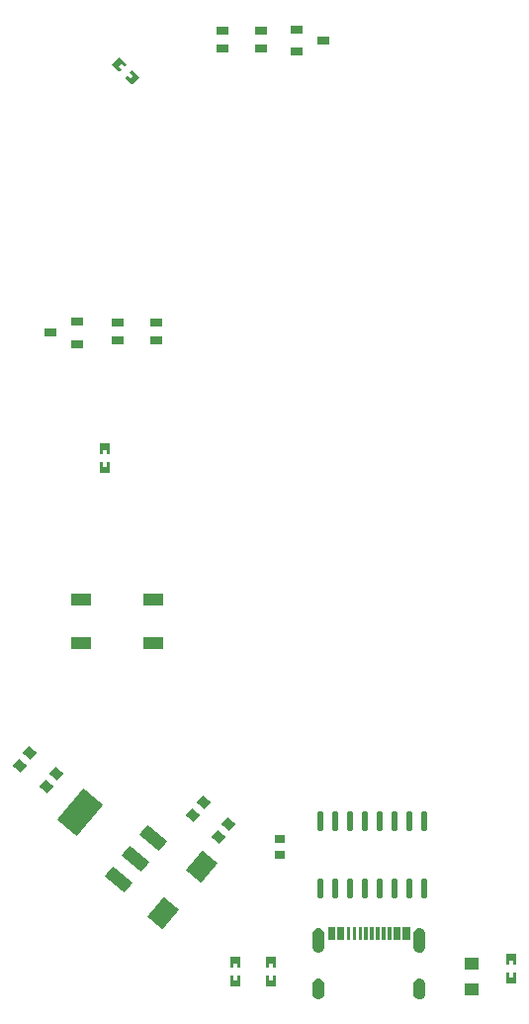
<source format=gtp>
G04*
G04 #@! TF.GenerationSoftware,Altium Limited,Altium Designer,24.6.1 (21)*
G04*
G04 Layer_Color=8421504*
%FSLAX25Y25*%
%MOIN*%
G70*
G04*
G04 #@! TF.SameCoordinates,810A1A35-3EFD-48DE-86EF-F02317520920*
G04*
G04*
G04 #@! TF.FilePolarity,Positive*
G04*
G01*
G75*
G04:AMPARAMS|DCode=17|XSize=86.61mil|YSize=66.93mil|CornerRadius=0mil|HoleSize=0mil|Usage=FLASHONLY|Rotation=230.000|XOffset=0mil|YOffset=0mil|HoleType=Round|Shape=Rectangle|*
%AMROTATEDRECTD17*
4,1,4,0.00220,0.05469,0.05347,0.01167,-0.00220,-0.05469,-0.05347,-0.01167,0.00220,0.05469,0.0*
%
%ADD17ROTATEDRECTD17*%

%ADD18O,0.02205X0.06870*%
%ADD19R,0.03937X0.03150*%
%ADD20R,0.03937X0.02953*%
%ADD21R,0.07087X0.04331*%
G04:AMPARAMS|DCode=22|XSize=137.8mil|YSize=86.61mil|CornerRadius=0mil|HoleSize=0mil|Usage=FLASHONLY|Rotation=50.000|XOffset=0mil|YOffset=0mil|HoleType=Round|Shape=Rectangle|*
%AMROTATEDRECTD22*
4,1,4,-0.01111,-0.08062,-0.07746,-0.02494,0.01111,0.08062,0.07746,0.02494,-0.01111,-0.08062,0.0*
%
%ADD22ROTATEDRECTD22*%

G04:AMPARAMS|DCode=23|XSize=43.31mil|YSize=86.61mil|CornerRadius=0mil|HoleSize=0mil|Usage=FLASHONLY|Rotation=50.000|XOffset=0mil|YOffset=0mil|HoleType=Round|Shape=Rectangle|*
%AMROTATEDRECTD23*
4,1,4,0.01926,-0.04443,-0.04709,0.01125,-0.01926,0.04443,0.04709,-0.01125,0.01926,-0.04443,0.0*
%
%ADD23ROTATEDRECTD23*%

G04:AMPARAMS|DCode=24|XSize=31.5mil|YSize=35.43mil|CornerRadius=0mil|HoleSize=0mil|Usage=FLASHONLY|Rotation=50.000|XOffset=0mil|YOffset=0mil|HoleType=Round|Shape=Rectangle|*
%AMROTATEDRECTD24*
4,1,4,0.00345,-0.02345,-0.02369,-0.00068,-0.00345,0.02345,0.02369,0.00068,0.00345,-0.02345,0.0*
%
%ADD24ROTATEDRECTD24*%

%ADD25R,0.03543X0.03150*%
%ADD26R,0.04921X0.03937*%
G36*
X-83847Y138853D02*
X-83847Y138574D01*
X-84521Y137900D01*
X-85551Y138930D01*
X-86469Y138012D01*
X-85439Y136982D01*
X-86074Y136347D01*
X-86352D01*
X-88579Y138574D01*
X-88579Y138853D01*
X-86352Y141080D01*
X-86074D01*
X-83847Y138853D01*
D02*
G37*
G36*
X-79421Y134426D02*
X-79421Y134148D01*
X-81648Y131921D01*
X-81926D01*
X-84125Y134120D01*
X-84125Y134398D01*
X-83491Y135033D01*
X-82433Y133975D01*
X-81514Y134894D01*
X-82572Y135952D01*
X-81898Y136625D01*
X-81620D01*
X-79421Y134426D01*
D02*
G37*
G36*
X-89228Y10705D02*
Y7555D01*
X-89425Y7358D01*
X-90378D01*
Y8815D01*
X-91677D01*
Y7358D01*
X-92575D01*
X-92772Y7555D01*
Y10705D01*
X-92575Y10902D01*
X-89425D01*
X-89228Y10705D01*
D02*
G37*
G36*
Y4406D02*
Y1295D01*
X-89425Y1099D01*
X-92575D01*
X-92772Y1295D01*
Y4406D01*
X-92575Y4602D01*
X-91677D01*
Y3106D01*
X-90378D01*
Y4602D01*
X-89425D01*
X-89228Y4406D01*
D02*
G37*
G36*
X11780Y-156423D02*
X10599D01*
Y-156423D01*
X9418D01*
Y-151896D01*
X11780D01*
Y-156423D01*
D02*
G37*
G36*
X8630Y-156423D02*
X6267D01*
Y-151896D01*
X8630D01*
Y-156423D01*
D02*
G37*
G36*
X5481D02*
X4299D01*
Y-151896D01*
X5481D01*
Y-156423D01*
D02*
G37*
G36*
X3512D02*
X2331D01*
Y-151896D01*
X3512D01*
Y-156423D01*
D02*
G37*
G36*
X1544D02*
X362D01*
Y-151896D01*
X1544D01*
Y-156423D01*
D02*
G37*
G36*
X-425D02*
X-1606D01*
Y-151896D01*
X-425D01*
Y-156423D01*
D02*
G37*
G36*
X-2393D02*
X-3574D01*
Y-151896D01*
X-2393D01*
Y-156423D01*
D02*
G37*
G36*
X-4362D02*
X-5544D01*
Y-151896D01*
X-4362D01*
Y-156423D01*
D02*
G37*
G36*
X-6330D02*
X-7512D01*
Y-151896D01*
X-6330D01*
Y-156423D01*
D02*
G37*
G36*
X-8299D02*
X-9481D01*
Y-151896D01*
X-8299D01*
Y-156423D01*
D02*
G37*
G36*
X-10267D02*
X-12630D01*
Y-151896D01*
X-10267D01*
Y-156423D01*
D02*
G37*
G36*
X-13417D02*
X-15779D01*
Y-151896D01*
X-13417D01*
Y-156423D01*
D02*
G37*
G36*
X16123Y-152549D02*
X16677Y-153103D01*
X16976Y-153827D01*
Y-154218D01*
Y-158549D01*
Y-158940D01*
X16677Y-159664D01*
X16123Y-160218D01*
X15400Y-160517D01*
X14616D01*
X13893Y-160218D01*
X13339Y-159664D01*
X13039Y-158940D01*
Y-158549D01*
Y-154218D01*
Y-153827D01*
X13339Y-153103D01*
X13893Y-152549D01*
X14616Y-152250D01*
X15400D01*
X16123Y-152549D01*
D02*
G37*
G36*
X-17893D02*
X-17339Y-153103D01*
X-17040Y-153827D01*
Y-154218D01*
Y-158549D01*
Y-158940D01*
X-17339Y-159664D01*
X-17893Y-160218D01*
X-18617Y-160517D01*
X-19400D01*
X-20123Y-160218D01*
X-20677Y-159664D01*
X-20977Y-158940D01*
Y-158549D01*
Y-154218D01*
Y-153827D01*
X-20677Y-153103D01*
X-20123Y-152549D01*
X-19400Y-152250D01*
X-18617D01*
X-17893Y-152549D01*
D02*
G37*
G36*
X47772Y-161295D02*
X47772Y-164406D01*
X47575Y-164602D01*
X46677Y-164602D01*
Y-163106D01*
X45378Y-163106D01*
X45378Y-164602D01*
X44425D01*
X44228Y-164406D01*
Y-161295D01*
X44425Y-161099D01*
X47575D01*
X47772Y-161295D01*
D02*
G37*
G36*
X-45228Y-162295D02*
Y-165406D01*
X-45425Y-165602D01*
X-46323D01*
Y-164106D01*
X-47622D01*
Y-165602D01*
X-48575D01*
X-48772Y-165406D01*
Y-162295D01*
X-48575Y-162099D01*
X-45425D01*
X-45228Y-162295D01*
D02*
G37*
G36*
X-33228Y-162295D02*
Y-165445D01*
X-33425Y-165642D01*
X-34378D01*
Y-164185D01*
X-35677D01*
Y-165642D01*
X-36575D01*
X-36772Y-165445D01*
Y-162295D01*
X-36575Y-162098D01*
X-33425D01*
X-33228Y-162295D01*
D02*
G37*
G36*
X47772Y-167555D02*
X47772Y-170705D01*
X47575Y-170902D01*
X44425Y-170902D01*
X44228Y-170705D01*
X44228Y-167555D01*
X44425Y-167358D01*
X45378Y-167358D01*
X45378Y-168815D01*
X46677Y-168815D01*
Y-167358D01*
X47575D01*
X47772Y-167555D01*
D02*
G37*
G36*
X-45228Y-168555D02*
Y-171705D01*
X-45425Y-171902D01*
X-48575D01*
X-48772Y-171705D01*
Y-168555D01*
X-48575Y-168358D01*
X-47622D01*
Y-169815D01*
X-46323D01*
Y-168358D01*
X-45425D01*
X-45228Y-168555D01*
D02*
G37*
G36*
X-33228Y-168594D02*
Y-171705D01*
X-33425Y-171902D01*
X-36575D01*
X-36772Y-171705D01*
Y-168594D01*
X-36575Y-168398D01*
X-35677D01*
Y-169894D01*
X-34378D01*
Y-168398D01*
X-33425D01*
X-33228Y-168594D01*
D02*
G37*
G36*
X16123Y-169597D02*
X16677Y-170151D01*
X16976Y-170874D01*
Y-171266D01*
Y-174415D01*
Y-174807D01*
X16677Y-175530D01*
X16123Y-176084D01*
X15400Y-176384D01*
X14616D01*
X13893Y-176084D01*
X13339Y-175530D01*
X13039Y-174807D01*
Y-174415D01*
Y-171266D01*
Y-170874D01*
X13339Y-170151D01*
X13893Y-169597D01*
X14616Y-169297D01*
X15400D01*
X16123Y-169597D01*
D02*
G37*
G36*
X-17893D02*
X-17339Y-170151D01*
X-17040Y-170874D01*
Y-171266D01*
Y-174415D01*
Y-174807D01*
X-17339Y-175530D01*
X-17893Y-176084D01*
X-18617Y-176384D01*
X-19400D01*
X-20123Y-176084D01*
X-20677Y-175530D01*
X-20977Y-174807D01*
Y-174415D01*
Y-171266D01*
Y-170874D01*
X-20677Y-170151D01*
X-20123Y-169597D01*
X-19400Y-169297D01*
X-18617D01*
X-17893Y-169597D01*
D02*
G37*
D17*
X-58508Y-131763D02*
D03*
X-71492Y-147237D02*
D03*
D18*
X-18500Y-116382D02*
D03*
X-3500Y-139000D02*
D03*
X6500D02*
D03*
X1500D02*
D03*
X-13500D02*
D03*
X-8500D02*
D03*
X-18500D02*
D03*
X11500D02*
D03*
X16500D02*
D03*
X-13500Y-116382D02*
D03*
X-8500D02*
D03*
X-3500D02*
D03*
X1500D02*
D03*
X6500D02*
D03*
X11500D02*
D03*
X16500D02*
D03*
D19*
X-26335Y150561D02*
D03*
X-17279Y146821D02*
D03*
X-26335Y143081D02*
D03*
X-100274Y44547D02*
D03*
X-109329Y48287D02*
D03*
X-100274Y52027D02*
D03*
D20*
X-51307Y144197D02*
D03*
Y150102D02*
D03*
X-38307D02*
D03*
Y144197D02*
D03*
X-73802Y51569D02*
D03*
X-86802Y45663D02*
D03*
X-73802D02*
D03*
X-86802Y51569D02*
D03*
D21*
X-99205Y-41717D02*
D03*
X-74795D02*
D03*
X-99205Y-56283D02*
D03*
X-74795D02*
D03*
D22*
X-99346Y-113158D02*
D03*
D23*
X-80654Y-128842D02*
D03*
X-74834Y-121905D02*
D03*
X-86475Y-135779D02*
D03*
D24*
X-107228Y-100389D02*
D03*
X-116228Y-93389D02*
D03*
X-52772Y-121611D02*
D03*
X-61272Y-114111D02*
D03*
X-49228Y-117389D02*
D03*
X-57728Y-109889D02*
D03*
X-110771Y-104611D02*
D03*
X-119771Y-97611D02*
D03*
D25*
X-32000Y-127756D02*
D03*
Y-122244D02*
D03*
D26*
X32500Y-164169D02*
D03*
Y-172831D02*
D03*
M02*

</source>
